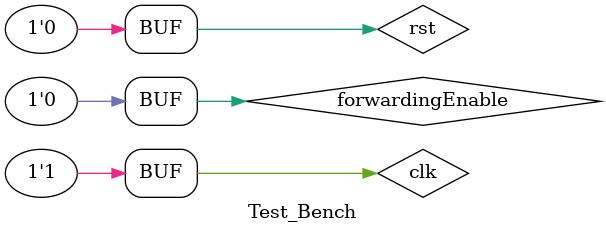
<source format=v>


module Test_Bench ();
  reg clk,rst, forwardingEnable;

  initial begin
    clk=1;
    repeat(1000) #50 clk=~clk ;
  end
    PipelinedProcessor mainModule (clk, rst, forwardingEnable);


  initial begin
    rst <= 1;
    forwardingEnable <= 0;
    #100
    rst <= 0;

  end
  
   
endmodule 



</source>
